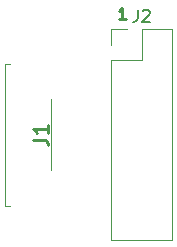
<source format=gto>
G04 #@! TF.GenerationSoftware,KiCad,Pcbnew,7.0.0-da2b9df05c~163~ubuntu22.04.1*
G04 #@! TF.CreationDate,2023-03-12T19:04:27+00:00*
G04 #@! TF.ProjectId,simpleadapter14m,73696d70-6c65-4616-9461-707465723134,rev?*
G04 #@! TF.SameCoordinates,Original*
G04 #@! TF.FileFunction,Legend,Top*
G04 #@! TF.FilePolarity,Positive*
%FSLAX46Y46*%
G04 Gerber Fmt 4.6, Leading zero omitted, Abs format (unit mm)*
G04 Created by KiCad (PCBNEW 7.0.0-da2b9df05c~163~ubuntu22.04.1) date 2023-03-12 19:04:27*
%MOMM*%
%LPD*%
G01*
G04 APERTURE LIST*
%ADD10C,0.250000*%
%ADD11C,0.254000*%
%ADD12C,0.150000*%
%ADD13C,0.100000*%
%ADD14C,0.120000*%
G04 APERTURE END LIST*
D10*
X156401904Y-84832380D02*
X155830476Y-84832380D01*
X156116190Y-84832380D02*
X156116190Y-83832380D01*
X156116190Y-83832380D02*
X156020952Y-83975238D01*
X156020952Y-83975238D02*
X155925714Y-84070476D01*
X155925714Y-84070476D02*
X155830476Y-84118095D01*
D11*
X148548573Y-95023332D02*
X149455716Y-95023332D01*
X149455716Y-95023332D02*
X149637145Y-95083809D01*
X149637145Y-95083809D02*
X149758097Y-95204761D01*
X149758097Y-95204761D02*
X149818573Y-95386190D01*
X149818573Y-95386190D02*
X149818573Y-95507142D01*
X149818573Y-93753332D02*
X149818573Y-94479047D01*
X149818573Y-94116190D02*
X148548573Y-94116190D01*
X148548573Y-94116190D02*
X148730002Y-94237142D01*
X148730002Y-94237142D02*
X148850954Y-94358094D01*
X148850954Y-94358094D02*
X148911430Y-94479047D01*
D12*
X157436666Y-84017380D02*
X157436666Y-84731666D01*
X157436666Y-84731666D02*
X157389047Y-84874523D01*
X157389047Y-84874523D02*
X157293809Y-84969761D01*
X157293809Y-84969761D02*
X157150952Y-85017380D01*
X157150952Y-85017380D02*
X157055714Y-85017380D01*
X157865238Y-84112619D02*
X157912857Y-84065000D01*
X157912857Y-84065000D02*
X158008095Y-84017380D01*
X158008095Y-84017380D02*
X158246190Y-84017380D01*
X158246190Y-84017380D02*
X158341428Y-84065000D01*
X158341428Y-84065000D02*
X158389047Y-84112619D01*
X158389047Y-84112619D02*
X158436666Y-84207857D01*
X158436666Y-84207857D02*
X158436666Y-84303095D01*
X158436666Y-84303095D02*
X158389047Y-84445952D01*
X158389047Y-84445952D02*
X157817619Y-85017380D01*
X157817619Y-85017380D02*
X158436666Y-85017380D01*
D13*
X146637000Y-88600000D02*
X146177000Y-88600000D01*
X146177000Y-88600000D02*
X146177000Y-100600000D01*
X150087000Y-91600000D02*
X150087000Y-97600000D01*
X146177000Y-100600000D02*
X146637000Y-100600000D01*
D14*
X155170000Y-85650000D02*
X156500000Y-85650000D01*
X155170000Y-86980000D02*
X155170000Y-85650000D01*
X155170000Y-88250000D02*
X155170000Y-103550000D01*
X155170000Y-88250000D02*
X157770000Y-88250000D01*
X155170000Y-103550000D02*
X160370000Y-103550000D01*
X157770000Y-85650000D02*
X160370000Y-85650000D01*
X157770000Y-88250000D02*
X157770000Y-85650000D01*
X160370000Y-85650000D02*
X160370000Y-103550000D01*
M02*

</source>
